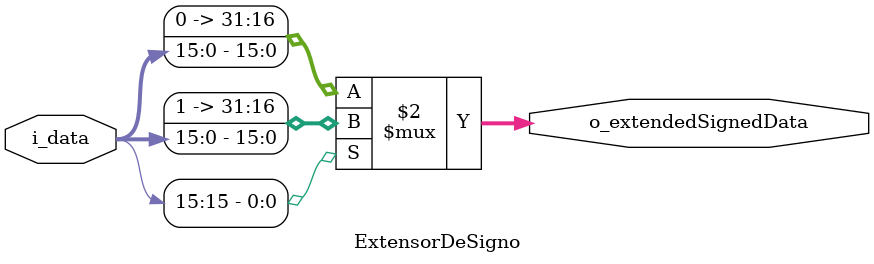
<source format=v>
`timescale 1ns / 1ps


module ExtensorDeSigno#(
        parameter INPUT_DATA_LENGTH=16,
        parameter OUTPUT_DATA_LENGTH=32
    )
    (
        input wire [INPUT_DATA_LENGTH-1:0] i_data,
        output wire [31:0] o_extendedSignedData
    );
    
    //interface
    /*
    ExtensorDeSigno#(28,32)
    u1_ExtensorDeSigno(
        .i_data(),
        .o_extendedSignedData()
    );
    */
    
    assign o_extendedSignedData = (i_data[INPUT_DATA_LENGTH-1] == 1) ? {{OUTPUT_DATA_LENGTH-INPUT_DATA_LENGTH{1'b1}}, i_data} : {{OUTPUT_DATA_LENGTH-INPUT_DATA_LENGTH{1'b0}}, i_data};
endmodule

</source>
